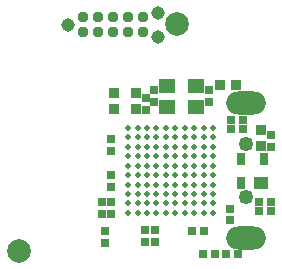
<source format=gbs>
%FSLAX24Y24*%
%MOIN*%
G70*
G01*
G75*
G04 Layer_Color=16711935*
%ADD10R,0.0335X0.0256*%
%ADD11R,0.0177X0.0177*%
%ADD12R,0.0571X0.0217*%
%ADD13R,0.0571X0.0217*%
%ADD14R,0.0709X0.0394*%
G04:AMPARAMS|DCode=15|XSize=47.2mil|YSize=43.3mil|CornerRadius=0mil|HoleSize=0mil|Usage=FLASHONLY|Rotation=45.000|XOffset=0mil|YOffset=0mil|HoleType=Round|Shape=Rectangle|*
%AMROTATEDRECTD15*
4,1,4,-0.0014,-0.0320,-0.0320,-0.0014,0.0014,0.0320,0.0320,0.0014,-0.0014,-0.0320,0.0*
%
%ADD15ROTATEDRECTD15*%

%ADD16R,0.1850X0.1850*%
%ADD17O,0.0079X0.0256*%
%ADD18O,0.0256X0.0079*%
%ADD19R,0.0394X0.0394*%
%ADD20R,0.0236X0.0217*%
%ADD21R,0.0217X0.0236*%
%ADD22R,0.0256X0.0197*%
%ADD23R,0.0197X0.0256*%
%ADD24C,0.0394*%
%ADD25R,0.0197X0.0236*%
%ADD26R,0.0236X0.0197*%
%ADD27R,0.0315X0.0295*%
G04:AMPARAMS|DCode=28|XSize=19.7mil|YSize=23.6mil|CornerRadius=0mil|HoleSize=0mil|Usage=FLASHONLY|Rotation=45.000|XOffset=0mil|YOffset=0mil|HoleType=Round|Shape=Rectangle|*
%AMROTATEDRECTD28*
4,1,4,0.0014,-0.0153,-0.0153,0.0014,-0.0014,0.0153,0.0153,-0.0014,0.0014,-0.0153,0.0*
%
%ADD28ROTATEDRECTD28*%

%ADD29R,0.0787X0.0394*%
%ADD30C,0.0060*%
%ADD31C,0.0100*%
%ADD32C,0.0050*%
%ADD33C,0.0080*%
%ADD34C,0.0070*%
%ADD35C,0.0090*%
%ADD36C,0.0390*%
%ADD37O,0.1260X0.0709*%
%ADD38C,0.0433*%
%ADD39C,0.0200*%
%ADD40C,0.0197*%
%ADD41C,0.0118*%
%ADD42R,0.0472X0.0433*%
%ADD43C,0.0138*%
%ADD44C,0.0310*%
%ADD45R,0.0236X0.0335*%
%ADD46R,0.0394X0.0335*%
%ADD47R,0.0295X0.0315*%
%ADD48C,0.0039*%
%ADD49C,0.0098*%
%ADD50C,0.0059*%
%ADD51C,0.0079*%
%ADD52R,0.0395X0.0316*%
%ADD53R,0.0237X0.0237*%
%ADD54R,0.0631X0.0277*%
%ADD55R,0.0631X0.0277*%
%ADD56R,0.0769X0.0454*%
G04:AMPARAMS|DCode=57|XSize=53.2mil|YSize=49.3mil|CornerRadius=0mil|HoleSize=0mil|Usage=FLASHONLY|Rotation=45.000|XOffset=0mil|YOffset=0mil|HoleType=Round|Shape=Rectangle|*
%AMROTATEDRECTD57*
4,1,4,-0.0014,-0.0363,-0.0363,-0.0014,0.0014,0.0363,0.0363,0.0014,-0.0014,-0.0363,0.0*
%
%ADD57ROTATEDRECTD57*%

%ADD58R,0.1910X0.1910*%
%ADD59O,0.0139X0.0316*%
%ADD60O,0.0316X0.0139*%
%ADD61R,0.0296X0.0277*%
%ADD62R,0.0277X0.0296*%
%ADD63R,0.0316X0.0257*%
%ADD64R,0.0257X0.0316*%
%ADD65C,0.0787*%
%ADD66R,0.0257X0.0296*%
%ADD67R,0.0296X0.0257*%
%ADD68R,0.0375X0.0355*%
G04:AMPARAMS|DCode=69|XSize=25.7mil|YSize=29.6mil|CornerRadius=0mil|HoleSize=0mil|Usage=FLASHONLY|Rotation=45.000|XOffset=0mil|YOffset=0mil|HoleType=Round|Shape=Rectangle|*
%AMROTATEDRECTD69*
4,1,4,0.0014,-0.0196,-0.0196,0.0014,-0.0014,0.0196,0.0196,-0.0014,0.0014,-0.0196,0.0*
%
%ADD69ROTATEDRECTD69*%

%ADD70R,0.0847X0.0454*%
%ADD71C,0.0450*%
%ADD72O,0.1320X0.0769*%
%ADD73C,0.0493*%
%ADD74R,0.0532X0.0493*%
%ADD75C,0.0198*%
%ADD76C,0.0370*%
%ADD77R,0.0296X0.0395*%
%ADD78R,0.0454X0.0395*%
%ADD79R,0.0355X0.0375*%
D61*
X9467Y4520D02*
D03*
X9073D02*
D03*
X10412Y1780D02*
D03*
X10019D02*
D03*
X10412Y2100D02*
D03*
X10019D02*
D03*
X9317Y360D02*
D03*
X8923D02*
D03*
D62*
X5080Y2097D02*
D03*
Y1703D02*
D03*
X4790Y2097D02*
D03*
Y1703D02*
D03*
X4890Y1137D02*
D03*
Y743D02*
D03*
X6200Y1157D02*
D03*
Y763D02*
D03*
X6550Y1157D02*
D03*
Y763D02*
D03*
D65*
X7270Y8030D02*
D03*
X2000Y470D02*
D03*
D66*
X9060Y1877D02*
D03*
Y1483D02*
D03*
X5080Y2997D02*
D03*
Y2603D02*
D03*
Y3793D02*
D03*
Y4187D02*
D03*
X6240Y5173D02*
D03*
Y5567D02*
D03*
X6520Y5423D02*
D03*
Y5817D02*
D03*
X8340Y5817D02*
D03*
Y5423D02*
D03*
X10415Y3933D02*
D03*
Y4327D02*
D03*
D67*
X8177Y1140D02*
D03*
X7783D02*
D03*
X9073Y4820D02*
D03*
X9467D02*
D03*
X8557Y360D02*
D03*
X8163D02*
D03*
D68*
X5910Y5204D02*
D03*
Y5736D02*
D03*
X5180Y5194D02*
D03*
Y5726D02*
D03*
X10080Y3974D02*
D03*
Y4506D02*
D03*
D71*
X3640Y8000D02*
D03*
X6640Y7600D02*
D03*
Y8400D02*
D03*
D72*
X9584Y5394D02*
D03*
Y906D02*
D03*
D73*
Y4035D02*
D03*
Y2264D02*
D03*
D74*
X6960Y5269D02*
D03*
Y5971D02*
D03*
X7900Y5269D02*
D03*
Y5971D02*
D03*
D75*
X8487Y4567D02*
D03*
X8172D02*
D03*
X7857D02*
D03*
X7542D02*
D03*
X7227D02*
D03*
X6913D02*
D03*
X6598D02*
D03*
X6283D02*
D03*
X5968D02*
D03*
X5653D02*
D03*
X8487Y4252D02*
D03*
X8172D02*
D03*
X7857D02*
D03*
X7542D02*
D03*
X7227D02*
D03*
X6913D02*
D03*
X6598D02*
D03*
X6283D02*
D03*
X5968D02*
D03*
X5653D02*
D03*
X8487Y3937D02*
D03*
X8172D02*
D03*
X7857D02*
D03*
X7542D02*
D03*
X7227D02*
D03*
X6913D02*
D03*
X6598D02*
D03*
X6283D02*
D03*
X5968D02*
D03*
X5653D02*
D03*
X8487Y3622D02*
D03*
X8172D02*
D03*
X7857D02*
D03*
X7542D02*
D03*
X7227D02*
D03*
X6913D02*
D03*
X6598D02*
D03*
X6283D02*
D03*
X5968D02*
D03*
X5653D02*
D03*
X8487Y3307D02*
D03*
X8172D02*
D03*
X7857D02*
D03*
X7542D02*
D03*
X7227D02*
D03*
X6913D02*
D03*
X6598D02*
D03*
X6283D02*
D03*
X5968D02*
D03*
X5653D02*
D03*
X8487Y2993D02*
D03*
X8172D02*
D03*
X7857D02*
D03*
X7542D02*
D03*
X7227D02*
D03*
X6913D02*
D03*
X6598D02*
D03*
X6283D02*
D03*
X5968D02*
D03*
X5653D02*
D03*
X8487Y2678D02*
D03*
X8172D02*
D03*
X7857D02*
D03*
X7542D02*
D03*
X7227D02*
D03*
X6913D02*
D03*
X6598D02*
D03*
X6283D02*
D03*
X5968D02*
D03*
X5653D02*
D03*
X8487Y2363D02*
D03*
X8172D02*
D03*
X7857D02*
D03*
X7542D02*
D03*
X7227D02*
D03*
X6913D02*
D03*
X6598D02*
D03*
X6283D02*
D03*
X5968D02*
D03*
X5653D02*
D03*
X8487Y2048D02*
D03*
X8172D02*
D03*
X7857D02*
D03*
X7542D02*
D03*
X7227D02*
D03*
X6913D02*
D03*
X6598D02*
D03*
X6283D02*
D03*
X5968D02*
D03*
X5653D02*
D03*
X8487Y1733D02*
D03*
X8172D02*
D03*
X7857D02*
D03*
X7542D02*
D03*
X7227D02*
D03*
X6913D02*
D03*
X6598D02*
D03*
X6283D02*
D03*
X5968D02*
D03*
X5653D02*
D03*
D76*
X4140Y8250D02*
D03*
X4640D02*
D03*
X5140D02*
D03*
X5640D02*
D03*
X6140D02*
D03*
Y7750D02*
D03*
X5640D02*
D03*
X5140D02*
D03*
X4640D02*
D03*
X4140D02*
D03*
D77*
X10172Y3544D02*
D03*
X9424D02*
D03*
Y2736D02*
D03*
D78*
X10093D02*
D03*
D79*
X9236Y6000D02*
D03*
X8704D02*
D03*
M02*

</source>
